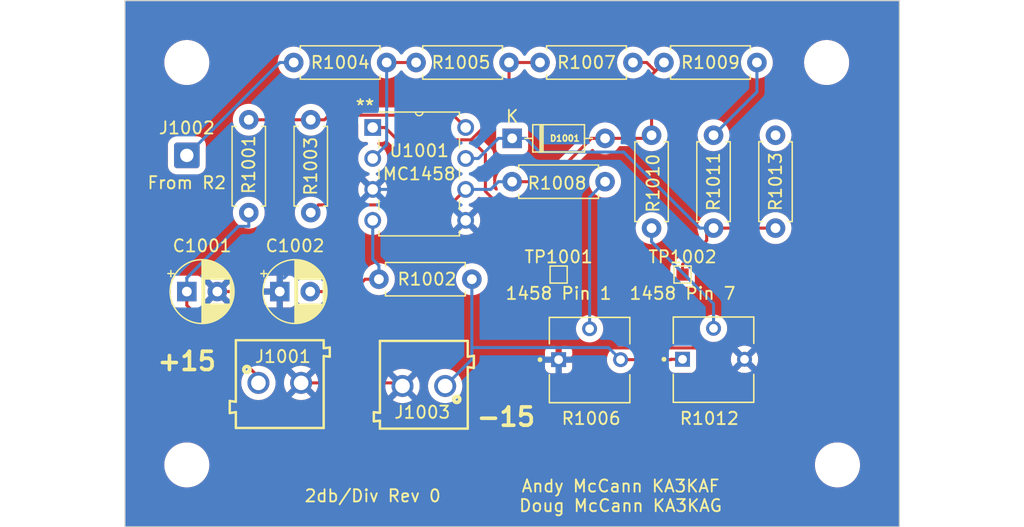
<source format=kicad_pcb>
(kicad_pcb (version 20221018) (generator pcbnew)
  (title_block (title "Spectrum Analyzer 2db/Division Board") (date "2022-08-21") (rev "0") (company "Andy McCann KA3KAF Doug McCann KA3KAG") (comment 2 "Wes Hayward W7ZOI") (comment 3 "Original Design by:"))
  (layers (0 "F.Cu" signal) (31 "B.Cu" signal) (34 "B.Paste" user) (35 "F.Paste" user) (36 "B.SilkS" user "B.Silkscreen") (37 "F.SilkS" user "F.Silkscreen") (38 "B.Mask" user) (39 "F.Mask" user) (44 "Edge.Cuts" user))
  (net 0 "")
  (net 1 "/+15")
  (net 2 "GND")
  (net 3 "Net-(U1001C-V-)")
  (net 4 "Net-(D1001-K)")
  (net 5 "Net-(D1001-A)")
  (net 6 "/In")
  (net 7 "/-15")
  (net 8 "Net-(U1001C-V+)")
  (net 9 "Net-(U1001A--)")
  (net 10 "Net-(R1005-Pad2)")
  (net 11 "Net-(R1006-Pad2)")
  (net 12 "Net-(R1009-Pad2)")
  (net 13 "Net-(R1010-Pad2)")
  (net 14 "Net-(R1013-Pad2)")
  (footprint "MountingHole:MountingHole_3.2mm_M3" (layer "F.Cu") (at 199.771 101.6)
    (fp_text reference "H1003" hide)
    (fp_text value "type=\"R\" model=\"MountingHole\" lib=\"\"")
    (pad "" np_thru_hole circle (at 0 0) (size 3.2 3.2) (drill 3.2) (layers "*.Cu" "*.Mask"))
  )
  (footprint "Resistor_THT:R_Axial_DIN0207_L6.3mm_D2.5mm_P7.62mm_Horizontal" (layer "F.Cu") (at 186.436 101.6)
    (fp_text reference "R1009" (at 3.81 0) (layer "F.SilkS"))
    (fp_text value "20k")
    (pad "1" thru_hole circle (at 0 0) (size 1.6 1.6) (drill 0.8) (layers "*.Cu" "*.Mask") (net 5 "Net-(D1001-A)"))
    (pad "2" thru_hole oval (at 7.62 0) (size 1.6 1.6) (drill 0.8) (layers "*.Cu" "*.Mask") (net 12 "Net-(R1009-Pad2)"))
  )
  (footprint "MountingHole:MountingHole_3.2mm_M3" (layer "F.Cu") (at 200.66 134.62)
    (fp_text reference "H1004" hide)
    (fp_text value "type=\"R\" model=\"MountingHole\" lib=\"\"")
    (pad "" np_thru_hole circle (at 0 0) (size 3.2 3.2) (drill 3.2) (layers "*.Cu" "*.Mask"))
  )
  (footprint "Resistor_THT:R_Axial_DIN0207_L6.3mm_D2.5mm_P7.62mm_Horizontal" (layer "F.Cu") (at 181.61 111.379 180)
    (fp_text reference "R1008" (at 3.937 -0.127) (layer "F.SilkS"))
    (fp_text value "20k")
    (pad "1" thru_hole circle (at 0 0 180) (size 1.6 1.6) (drill 0.8) (layers "*.Cu" "*.Mask") (net 11 "Net-(R1006-Pad2)"))
    (pad "2" thru_hole oval (at 7.62 0 180) (size 1.6 1.6) (drill 0.8) (layers "*.Cu" "*.Mask") (net 5 "Net-(D1001-A)"))
  )
  (footprint "Resistor_THT:R_Axial_DIN0207_L6.3mm_D2.5mm_P7.62mm_Horizontal" (layer "F.Cu") (at 157.48 113.919 90)
    (fp_text reference "R1003" (at 3.81 0 90) (layer "F.SilkS"))
    (fp_text value "20k")
    (pad "1" thru_hole circle (at 0 0 90) (size 1.6 1.6) (drill 0.8) (layers "*.Cu" "*.Mask") (net 5 "Net-(D1001-A)"))
    (pad "2" thru_hole oval (at 7.62 0 90) (size 1.6 1.6) (drill 0.8) (layers "*.Cu" "*.Mask") (net 8 "Net-(U1001C-V+)"))
  )
  (footprint "TestPoint:TestPoint_Pad_1.0x1.0mm" (layer "F.Cu") (at 187.96 118.999)
    (fp_text reference "TP1002" (at 0 -1.448) (layer "F.SilkS"))
    (fp_text value "1458 Pin 7" (at 0 1.55) (layer "F.SilkS"))
    (pad "1" smd rect (at 0 0) (size 1 1) (layers "F.Cu" "F.Mask") (net 4 "Net-(D1001-K)"))
  )
  (footprint "2db-div:TRIM_3362P-1-103LF" (layer "F.Cu") (at 180.34 125.984)
    (fp_text reference "R1006" (at 0.127 4.826) (layer "F.SilkS") (effects (font (size 1.002756 1.002756))))
    (fp_text value "10k")
    (pad "1" thru_hole rect (at -2.54 0) (size 1.222 1.222) (drill 0.714) (layers "*.Cu" "*.Mask") (net 2 "GND"))
    (pad "2" thru_hole circle (at 0 -2.54) (size 1.222 1.222) (drill 0.714) (layers "*.Cu" "*.Mask") (net 11 "Net-(R1006-Pad2)"))
    (pad "3" thru_hole circle (at 2.54 0) (size 1.222 1.222) (drill 0.714) (layers "*.Cu" "*.Mask") (net 7 "/-15"))
  )
  (footprint "Resistor_THT:R_Axial_DIN0207_L6.3mm_D2.5mm_P7.62mm_Horizontal" (layer "F.Cu") (at 176.276 101.6)
    (fp_text reference "R1007" (at 3.81 0) (layer "F.SilkS"))
    (fp_text value "10k")
    (pad "1" thru_hole circle (at 0 0) (size 1.6 1.6) (drill 0.8) (layers "*.Cu" "*.Mask") (net 10 "Net-(R1005-Pad2)"))
    (pad "2" thru_hole oval (at 7.62 0) (size 1.6 1.6) (drill 0.8) (layers "*.Cu" "*.Mask") (net 5 "Net-(D1001-A)"))
  )
  (footprint "Diode_THT:D_DO-35_SOD27_P7.62mm_Horizontal" (layer "F.Cu") (at 173.99 107.823)
    (fp_text reference "D1001" (at 4.318 0) (layer "F.SilkS") (effects (font (size 0.5 0.5) (thickness 0.125))))
    (fp_text value "1N4148")
    (fp_text user "K" (at 0 -1.8) (layer "F.SilkS"))
    (pad "1" thru_hole rect (at 0 0) (size 1.6 1.6) (drill 0.8) (layers "*.Cu" "*.Mask") (net 4 "Net-(D1001-K)"))
    (pad "2" thru_hole oval (at 7.62 0) (size 1.6 1.6) (drill 0.8) (layers "*.Cu" "*.Mask") (net 5 "Net-(D1001-A)"))
  )
  (footprint "Resistor_THT:R_Axial_DIN0207_L6.3mm_D2.5mm_P7.62mm_Horizontal" (layer "F.Cu") (at 156.083 101.6)
    (fp_text reference "R1004" (at 3.81 0) (layer "F.SilkS"))
    (fp_text value "20k")
    (pad "1" thru_hole circle (at 0 0) (size 1.6 1.6) (drill 0.8) (layers "*.Cu" "*.Mask") (net 6 "/In"))
    (pad "2" thru_hole oval (at 7.62 0) (size 1.6 1.6) (drill 0.8) (layers "*.Cu" "*.Mask") (net 9 "Net-(U1001A--)"))
  )
  (footprint "Connector_Wire:SolderWire-0.5sqmm_1x01_D0.9mm_OD2.1mm" (layer "F.Cu") (at 147.32 109.22)
    (fp_text reference "J1002" (at 0 -2.25) (layer "F.SilkS"))
    (fp_text value "From R2" (at 0 2.25) (layer "F.SilkS"))
    (pad "1" thru_hole roundrect (at 0 0) (size 2.1 2.1) (drill 1.1) (layers "*.Cu" "*.Mask") (roundrect_rratio 0.119048) (net 6 "/In"))
  )
  (footprint "2db-div:TRIM_3362P-1-103LF" (layer "F.Cu") (at 190.5 125.954)
    (fp_text reference "R1012" (at -0.3445 4.856) (layer "F.SilkS") (effects (font (size 1.002756 1.002756))))
    (fp_text value "10k")
    (pad "1" thru_hole rect (at -2.54 0) (size 1.222 1.222) (drill 0.714) (layers "*.Cu" "*.Mask") (net 7 "/-15"))
    (pad "2" thru_hole circle (at 0 -2.54) (size 1.222 1.222) (drill 0.714) (layers "*.Cu" "*.Mask") (net 13 "Net-(R1010-Pad2)"))
    (pad "3" thru_hole circle (at 2.54 0) (size 1.222 1.222) (drill 0.714) (layers "*.Cu" "*.Mask") (net 2 "GND"))
  )
  (footprint "MountingHole:MountingHole_3.2mm_M3" (layer "F.Cu") (at 147.32 101.6)
    (fp_text reference "H1002" hide)
    (fp_text value "type=\"R\" model=\"MountingHole\" lib=\"\"")
    (pad "" np_thru_hole circle (at 0 0) (size 3.2 3.2) (drill 3.2) (layers "*.Cu" "*.Mask"))
  )
  (footprint "MountingHole:MountingHole_3.2mm_M3" (layer "F.Cu") (at 147.32 134.62)
    (fp_text reference "H1001" hide)
    (fp_text value "type=\"R\" model=\"MountingHole\" lib=\"\"")
    (pad "" np_thru_hole circle (at 0 0) (size 3.2 3.2) (drill 3.2) (layers "*.Cu" "*.Mask"))
  )
  (footprint "2db-div:MC1458P" (layer "F.Cu") (at 170.18 114.554)
    (fp_text reference "U1001" (at -3.81 -5.715) (layer "F.SilkS"))
    (fp_text value "MC1458" (at -3.81 -3.81) (layer "F.SilkS"))
    (fp_text user "*" (at -8.636 -9.398) (layer "F.SilkS"))
    (fp_text user "*" (at -7.874 -9.398) (layer "F.SilkS"))
    (pad "1" thru_hole rect (at -7.62 -7.62) (size 1.3716 1.3716) (drill 0.8636) (layers "*.Cu" "*.Mask") (net 10 "Net-(R1005-Pad2)"))
    (pad "2" thru_hole circle (at -7.62 -5.08) (size 1.3716 1.3716) (drill 0.8636) (layers "*.Cu" "*.Mask") (net 9 "Net-(U1001A--)"))
    (pad "3" thru_hole circle (at -7.62 -2.54) (size 1.3716 1.3716) (drill 0.8636) (layers "*.Cu" "*.Mask") (net 2 "GND"))
    (pad "4" thru_hole circle (at -7.62 0) (size 1.3716 1.3716) (drill 0.8636) (layers "*.Cu" "*.Mask") (net 3 "Net-(U1001C-V-)"))
    (pad "5" thru_hole circle (at 0 0) (size 1.3716 1.3716) (drill 0.8636) (layers "*.Cu" "*.Mask") (net 2 "GND"))
    (pad "6" thru_hole circle (at 0 -2.54) (size 1.3716 1.3716) (drill 0.8636) (layers "*.Cu" "*.Mask") (net 5 "Net-(D1001-A)"))
    (pad "7" thru_hole circle (at 0 -5.08) (size 1.3716 1.3716) (drill 0.8636) (layers "*.Cu" "*.Mask") (net 4 "Net-(D1001-K)"))
    (pad "8" thru_hole circle (at 0 -7.62) (size 1.3716 1.3716) (drill 0.8636) (layers "*.Cu" "*.Mask") (net 8 "Net-(U1001C-V+)"))
  )
  (footprint "Capacitor_THT:CP_Radial_D5.0mm_P2.50mm" (layer "F.Cu") (at 147.32 120.396)
    (fp_text reference "C1001" (at 1.25 -3.75) (layer "F.SilkS"))
    (fp_text value "100u")
    (pad "1" thru_hole rect (at 0 0) (size 1.6 1.6) (drill 0.8) (layers "*.Cu" "*.Mask") (net 1 "/+15"))
    (pad "2" thru_hole circle (at 2.5 0) (size 1.6 1.6) (drill 0.8) (layers "*.Cu" "*.Mask") (net 2 "GND"))
  )
  (footprint "Resistor_THT:R_Axial_DIN0207_L6.3mm_D2.5mm_P7.62mm_Horizontal" (layer "F.Cu") (at 185.42 107.569 -90)
    (fp_text reference "R1010" (at 3.937 -0.127 90) (layer "F.SilkS"))
    (fp_text value "249k")
    (pad "1" thru_hole circle (at 0 0 270) (size 1.6 1.6) (drill 0.8) (layers "*.Cu" "*.Mask") (net 5 "Net-(D1001-A)"))
    (pad "2" thru_hole oval (at 7.62 0 270) (size 1.6 1.6) (drill 0.8) (layers "*.Cu" "*.Mask") (net 13 "Net-(R1010-Pad2)"))
  )
  (footprint "TestPoint:TestPoint_Pad_1.0x1.0mm" (layer "F.Cu") (at 177.8 118.999)
    (fp_text reference "TP1001" (at 0 -1.448) (layer "F.SilkS"))
    (fp_text value "1458 Pin 1" (at 0 1.55) (layer "F.SilkS"))
    (pad "1" smd rect (at 0 0) (size 1 1) (layers "F.Cu" "F.Mask") (net 10 "Net-(R1005-Pad2)"))
  )
  (footprint "Capacitor_THT:CP_Radial_D5.0mm_P2.50mm" (layer "F.Cu") (at 154.94 120.396)
    (fp_text reference "C1002" (at 1.25 -3.75) (layer "F.SilkS"))
    (fp_text value "100u")
    (pad "1" thru_hole rect (at 0 0) (size 1.6 1.6) (drill 0.8) (layers "*.Cu" "*.Mask") (net 2 "GND"))
    (pad "2" thru_hole circle (at 2.5 0) (size 1.6 1.6) (drill 0.8) (layers "*.Cu" "*.Mask") (net 3 "Net-(U1001C-V-)"))
  )
  (footprint "Resistor_THT:R_Axial_DIN0207_L6.3mm_D2.5mm_P7.62mm_Horizontal" (layer "F.Cu") (at 170.688 119.38 180)
    (fp_text reference "R1002" (at 3.683 0) (layer "F.SilkS"))
    (fp_text value "43")
    (pad "1" thru_hole circle (at 0 0 180) (size 1.6 1.6) (drill 0.8) (layers "*.Cu" "*.Mask") (net 7 "/-15"))
    (pad "2" thru_hole oval (at 7.62 0 180) (size 1.6 1.6) (drill 0.8) (layers "*.Cu" "*.Mask") (net 3 "Net-(U1001C-V-)"))
  )
  (footprint "Resistor_THT:R_Axial_DIN0207_L6.3mm_D2.5mm_P7.62mm_Horizontal" (layer "F.Cu") (at 195.58 115.189 90)
    (fp_text reference "R1013" (at 3.81 0 90) (layer "F.SilkS"))
    (fp_text value "1k")
    (pad "1" thru_hole circle (at 0 0 90) (size 1.6 1.6) (drill 0.8) (layers "*.Cu" "*.Mask") (net 4 "Net-(D1001-K)"))
    (pad "2" thru_hole oval (at 7.62 0 90) (size 1.6 1.6) (drill 0.8) (layers "*.Cu" "*.Mask") (net 14 "Net-(R1013-Pad2)"))
  )
  (footprint "Resistor_THT:R_Axial_DIN0207_L6.3mm_D2.5mm_P7.62mm_Horizontal" (layer "F.Cu") (at 190.5 107.569 -90)
    (fp_text reference "R1011" (at 3.81 0 90) (layer "F.SilkS"))
    (fp_text value "4.99k")
    (pad "1" thru_hole circle (at 0 0 270) (size 1.6 1.6) (drill 0.8) (layers "*.Cu" "*.Mask") (net 12 "Net-(R1009-Pad2)"))
    (pad "2" thru_hole oval (at 7.62 0 270) (size 1.6 1.6) (drill 0.8) (layers "*.Cu" "*.Mask") (net 4 "Net-(D1001-K)"))
  )
  (footprint "2db-div:691103110002" (layer "F.Cu") (at 166.751 128.143 180)
    (fp_text reference "J1003" (at 0.127 -2.159) (layer "F.SilkS"))
    (fp_text value "Conn_01x02")
    (pad "1" thru_hole circle (at -1.75 0 180) (size 1.8 1.8) (drill 1.2) (layers "*.Cu" "*.Mask") (net 7 "/-15"))
    (pad "2" thru_hole circle (at 1.75 0 180) (size 1.8 1.8) (drill 1.2) (layers "*.Cu" "*.Mask") (net 2 "GND"))
  )
  (footprint "Resistor_THT:R_Axial_DIN0207_L6.3mm_D2.5mm_P7.62mm_Horizontal" (layer "F.Cu") (at 152.4 106.299 -90)
    (fp_text reference "R1001" (at 3.683 0 90) (layer "F.SilkS"))
    (fp_text value "43")
    (pad "1" thru_hole circle (at 0 0 270) (size 1.6 1.6) (drill 0.8) (layers "*.Cu" "*.Mask") (net 8 "Net-(U1001C-V+)"))
    (pad "2" thru_hole oval (at 7.62 0 270) (size 1.6 1.6) (drill 0.8) (layers "*.Cu" "*.Mask") (net 1 "/+15"))
  )
  (footprint "2db-div:691103110002" (layer "F.Cu") (at 154.94 127.889)
    (fp_text reference "J1001" (at 0.254 -2.159) (layer "F.SilkS"))
    (fp_text value "Conn_01x02")
    (pad "1" thru_hole circle (at -1.75 0) (size 1.8 1.8) (drill 1.2) (layers "*.Cu" "*.Mask") (net 1 "/+15"))
    (pad "2" thru_hole circle (at 1.75 0) (size 1.8 1.8) (drill 1.2) (layers "*.Cu" "*.Mask") (net 2 "GND"))
  )
  (footprint "Resistor_THT:R_Axial_DIN0207_L6.3mm_D2.5mm_P7.62mm_Horizontal" (layer "F.Cu") (at 166.116 101.6)
    (fp_text reference "R1005" (at 3.683 0) (layer "F.SilkS"))
    (fp_text value "40k")
    (pad "1" thru_hole circle (at 0 0) (size 1.6 1.6) (drill 0.8) (layers "*.Cu" "*.Mask") (net 9 "Net-(U1001A--)"))
    (pad "2" thru_hole oval (at 7.62 0) (size 1.6 1.6) (drill 0.8) (layers "*.Cu" "*.Mask") (net 10 "Net-(R1005-Pad2)"))
  )
  (gr_rect (start 142.24 96.52) (end 205.74 139.7) (stroke (width 0.1)) (fill none) (layer "Edge.Cuts"))
  (gr_text "-15" (at 173.482 130.683) (layer "F.SilkS") (effects (font (size 1.5 1.5) (thickness 0.3))))
  (gr_text "+15" (at 147.32 126.111) (layer "F.SilkS") (effects (font (size 1.5 1.5) (thickness 0.3))))
  (gr_text "2db/Div Rev 0" (at 162.56 137.16) (layer "F.SilkS") (effects (font (size 1 1))))
  (gr_text "Andy McCann KA3KAF\nDoug McCann KA3KAG" (at 182.88 137.16) (layer "F.SilkS") (effects (font (size 1 1))))
  (segment (start 147.32 121.5213) (end 153.19 127.3913) (width 0.25) (layer "F.Cu") (net 1))
  (segment (start 147.32 120.396) (end 147.32 121.5213) (width 0.25) (layer "F.Cu") (net 1))
  (segment (start 153.19 127.3913) (end 153.19 127.889) (width 0.25) (layer "F.Cu") (net 1))
  (segment (start 151.5464 115.0443) (end 152.4 115.0443) (width 0.25) (layer "B.Cu") (net 1))
  (segment (start 152.4 113.919) (end 152.4 115.0443) (width 0.25) (layer "B.Cu") (net 1))
  (segment (start 147.32 119.2707) (end 151.5464 115.0443) (width 0.25) (layer "B.Cu") (net 1))
  (segment (start 147.32 120.396) (end 147.32 119.2707) (width 0.25) (layer "B.Cu") (net 1))
  (segment (start 179.7027 125.0176) (end 192.1036 125.0176) (width 0.25) (layer "F.Cu") (net 2))
  (segment (start 149.82 120.396) (end 154.94 120.396) (width 0.25) (layer "F.Cu") (net 2))
  (segment (start 164.747 127.889) (end 165.001 128.143) (width 0.25) (layer "F.Cu") (net 2))
  (segment (start 177.8 125.984) (end 178.7363 125.984) (width 0.25) (layer "F.Cu") (net 2))
  (segment (start 178.7363 125.984) (end 179.7027 125.0176) (width 0.25) (layer "F.Cu") (net 2))
  (segment (start 156.69 127.889) (end 164.747 127.889) (width 0.25) (layer "F.Cu") (net 2))
  (segment (start 167.16 125.984) (end 177.8 125.984) (width 0.25) (layer "F.Cu") (net 2))
  (segment (start 192.1036 125.0176) (end 193.04 125.954) (width 0.25) (layer "F.Cu") (net 2))
  (segment (start 165.001 128.143) (end 167.16 125.984) (width 0.25) (layer "F.Cu") (net 2))
  (segment (start 154.94 120.396) (end 154.94 126.139) (width 0.25) (layer "B.Cu") (net 2))
  (segment (start 155.3033 119.2707) (end 154.94 119.2707) (width 0.25) (layer "B.Cu") (net 2))
  (segment (start 167.64 112.014) (end 162.56 112.014) (width 0.25) (layer "B.Cu") (net 2))
  (segment (start 170.18 114.554) (end 167.64 112.014) (width 0.25) (layer "B.Cu") (net 2))
  (segment (start 154.94 120.396) (end 154.94 119.2707) (width 0.25) (layer "B.Cu") (net 2))
  (segment (start 154.94 126.139) (end 156.69 127.889) (width 0.25) (layer "B.Cu") (net 2))
  (segment (start 162.56 112.014) (end 155.3033 119.2707) (width 0.25) (layer "B.Cu") (net 2))
  (segment (start 160.9267 120.396) (end 161.9427 119.38) (width 0.25) (layer "F.Cu") (net 3))
  (segment (start 163.068 119.38) (end 161.9427 119.38) (width 0.25) (layer "F.Cu") (net 3))
  (segment (start 157.44 120.396) (end 160.9267 120.396) (width 0.25) (layer "F.Cu") (net 3))
  (segment (start 162.56 117.7467) (end 162.56 114.554) (width 0.25) (layer "B.Cu") (net 3))
  (segment (start 163.068 119.38) (end 163.068 118.2547) (width 0.25) (layer "B.Cu") (net 3))
  (segment (start 163.068 118.2547) (end 162.56 117.7467) (width 0.25) (layer "B.Cu") (net 3))
  (segment (start 187.96 118.999) (end 187.96 118.1737) (width 0.25) (layer "F.Cu") (net 4))
  (segment (start 195.58 115.189) (end 190.5 115.189) (width 0.25) (layer "F.Cu") (net 4))
  (segment (start 189.9374 116.1963) (end 187.96 118.1737) (width 0.25) (layer "F.Cu") (net 4))
  (segment (start 190.5 115.189) (end 189.9374 115.189) (width 0.25) (layer "F.Cu") (net 4))
  (segment (start 189.9374 115.189) (end 189.9374 116.1963) (width 0.25) (layer "F.Cu") (net 4))
  (segment (start 172.8647 107.823) (end 171.2137 109.474) (width 0.25) (layer "B.Cu") (net 4))
  (segment (start 171.2137 109.474) (end 170.18 109.474) (width 0.25) (layer "B.Cu") (net 4))
  (segment (start 189.3747 115.189) (end 183.134 108.9483) (width 0.25) (layer "B.Cu") (net 4))
  (segment (start 183.134 108.9483) (end 176.2406 108.9483) (width 0.25) (layer "B.Cu") (net 4))
  (segment (start 190.5 115.189) (end 189.3747 115.189) (width 0.25) (layer "B.Cu") (net 4))
  (segment (start 173.99 107.823) (end 172.8647 107.823) (width 0.25) (layer "B.Cu") (net 4))
  (segment (start 173.99 107.823) (end 175.1153 107.823) (width 0.25) (layer "B.Cu") (net 4))
  (segment (start 176.2406 108.9483) (end 175.1153 107.823) (width 0.25) (layer "B.Cu") (net 4))
  (segment (start 185.166 107.823) (end 185.42 107.569) (width 0.25) (layer "F.Cu") (net 5))
  (segment (start 168.91 113.284) (end 170.18 112.014) (width 0.25) (layer "F.Cu") (net 5))
  (segment (start 185.42 107.569) (end 185.42 102.616) (width 0.25) (layer "F.Cu") (net 5))
  (segment (start 185.7287 102.3073) (end 186.436 101.6) (width 0.25) (layer "F.Cu") (net 5))
  (segment (start 158.115 113.284) (end 168.91 113.284) (width 0.25) (layer "F.Cu") (net 5))
  (segment (start 185.42 102.616) (end 185.7287 102.3073) (width 0.25) (layer "F.Cu") (net 5))
  (segment (start 181.61 107.823) (end 185.166 107.823) (width 0.25) (layer "F.Cu") (net 5))
  (segment (start 176.9287 111.379) (end 173.99 111.379) (width 0.25) (layer "F.Cu") (net 5))
  (segment (start 157.48 113.919) (end 158.115 113.284) (width 0.25) (layer "F.Cu") (net 5))
  (segment (start 183.896 101.6) (end 185.0213 101.6) (width 0.25) (layer "F.Cu") (net 5))
  (segment (start 180.4847 107.823) (end 176.9287 111.379) (width 0.25) (layer "F.Cu") (net 5))
  (segment (start 181.61 107.823) (end 180.4847 107.823) (width 0.25) (layer "F.Cu") (net 5))
  (segment (start 185.0213 101.6) (end 185.7287 102.3073) (width 0.25) (layer "F.Cu") (net 5))
  (segment (start 172.2297 112.014) (end 172.8647 111.379) (width 0.25) (layer "B.Cu") (net 5))
  (segment (start 173.99 111.379) (end 172.8647 111.379) (width 0.25) (layer "B.Cu") (net 5))
  (segment (start 170.18 112.014) (end 172.2297 112.014) (width 0.25) (layer "B.Cu") (net 5))
  (segment (start 147.32 109.22) (end 154.94 101.6) (width 0.25) (layer "B.Cu") (net 6))
  (segment (start 154.94 101.6) (end 156.083 101.6) (width 0.25) (layer "B.Cu") (net 6))
  (segment (start 187.96 125.954) (end 187.0237 125.954) (width 0.25) (layer "F.Cu") (net 7))
  (segment (start 182.88 125.984) (end 186.9937 125.984) (width 0.25) (layer "F.Cu") (net 7))
  (segment (start 186.9937 125.984) (end 187.0237 125.954) (width 0.25) (layer "F.Cu") (net 7))
  (segment (start 170.688 124.9919) (end 170.688 119.38) (width 0.25) (layer "B.Cu") (net 7))
  (segment (start 170.688 125.956) (end 170.688 124.9919) (width 0.25) (layer "B.Cu") (net 7))
  (segment (start 181.8879 124.9919) (end 182.88 125.984) (width 0.25) (layer "B.Cu") (net 7))
  (segment (start 170.688 124.9919) (end 181.8879 124.9919) (width 0.25) (layer "B.Cu") (net 7))
  (segment (start 168.501 128.143) (end 170.688 125.956) (width 0.25) (layer "B.Cu") (net 7))
  (segment (start 169.1688 105.9228) (end 170.18 106.934) (width 0.25) (layer "F.Cu") (net 8))
  (segment (start 152.4 106.299) (end 157.48 106.299) (width 0.25) (layer "F.Cu") (net 8))
  (segment (start 157.48 106.299) (end 158.6053 106.299) (width 0.25) (layer "F.Cu") (net 8))
  (segment (start 158.9815 105.9228) (end 169.1688 105.9228) (width 0.25) (layer "F.Cu") (net 8))
  (segment (start 158.6053 106.299) (end 158.9815 105.9228) (width 0.25) (layer "F.Cu") (net 8))
  (segment (start 163.703 101.6) (end 166.116 101.6) (width 0.25) (layer "F.Cu") (net 9))
  (segment (start 163.703 108.331) (end 162.56 109.474) (width 0.25) (layer "B.Cu") (net 9))
  (segment (start 163.703 101.6) (end 163.703 108.331) (width 0.25) (layer "B.Cu") (net 9))
  (segment (start 173.736 101.6) (end 176.276 101.6) (width 0.25) (layer "F.Cu") (net 10))
  (segment (start 177.8 118.999) (end 177.8 118.1737) (width 0.25) (layer "F.Cu") (net 10))
  (segment (start 173.736 101.6) (end 173.736 104.8346) (width 0.25) (layer "F.Cu") (net 10))
  (segment (start 170.6255 107.9451) (end 164.5822 107.9451) (width 0.25) (layer "F.Cu") (net 10))
  (segment (start 171.7978 109.1174) (end 170.6255 107.9451) (width 0.25) (layer "F.Cu") (net 10))
  (segment (start 177.8 118.1737) (end 171.7978 112.1715) (width 0.25) (layer "F.Cu") (net 10))
  (segment (start 173.736 104.8346) (end 170.6255 107.9451) (width 0.25) (layer "F.Cu") (net 10))
  (segment (start 171.7978 112.1715) (end 171.7978 109.1174) (width 0.25) (layer "F.Cu") (net 10))
  (segment (start 162.56 106.934) (end 163.5711 106.934) (width 0.25) (layer "F.Cu") (net 10))
  (segment (start 164.5822 107.9451) (end 163.5711 106.934) (width 0.25) (layer "F.Cu") (net 10))
  (segment (start 181.61 111.379) (end 180.34 112.649) (width 0.25) (layer "B.Cu") (net 11))
  (segment (start 180.34 112.649) (end 180.34 123.444) (width 0.25) (layer "B.Cu") (net 11))
  (segment (start 194.056 101.6) (end 194.056 104.013) (width 0.25) (layer "B.Cu") (net 12))
  (segment (start 194.056 104.013) (end 190.5 107.569) (width 0.25) (layer "B.Cu") (net 12))
  (segment (start 190.5 121.3943) (end 190.5 123.414) (width 0.25) (layer "B.Cu") (net 13))
  (segment (start 185.42 116.3143) (end 190.5 121.3943) (width 0.25) (layer "B.Cu") (net 13))
  (segment (start 185.42 115.189) (end 185.42 116.3143) (width 0.25) (layer "B.Cu") (net 13))
  (zone (net 2) (net_name "GND") (layers "F&B.Cu") (connect_pads (clearance 0.508)) (min_thickness 0.254) (fill yes (thermal_gap 0.508) (thermal_bridge_width 0.508))
    (polygon (pts (xy 205.74 139.7) (xy 142.24 139.7) (xy 142.24 96.52) (xy 205.74 96.52)))
  )
)
</source>
